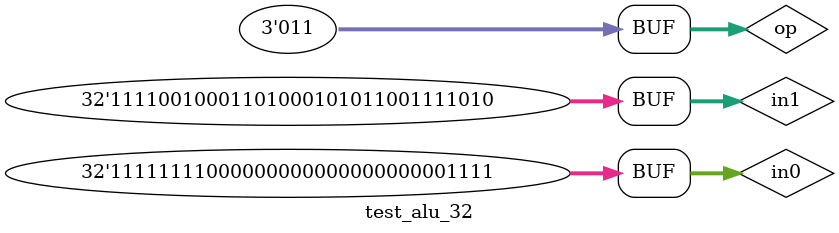
<source format=v>
`default_nettype none

module alu_32(cout, out, op, in0, in1);
    parameter N = 32;
    output reg cout;
    output reg [N-1:0] out;
    input [2:0] op;
    input [N-1:0] in0, in1;

    always @(op or in0 or in1)
    begin
        if(op[2:1] == 0) // op is 0 or 1
            {cout, out} = in0 + in1;
        else if(op[2:1] == 1) // op is 2 or 3
            {cout, out} = in0 - in1;
        else if(op == 4)
            {cout, out} = in0 & in1;
        else if(op == 5)
            {cout, out} = in0 | in1;
        else if(op == 6)
            {cout, out} = in0 ^ in1;
        else
            {cout, out} = ~(in0 | in1);
    end
endmodule

module test_alu_32();
    reg [31:0] in0, in1;
    wire [31:0] out;
    reg [2:0] op;
    wire cout;
    alu_32 myalu(cout, out, op, in0, in1);
    initial
    begin
        $monitor(, $time, ": a=%h, b=%h, op=%b, out=%h, cout=%b",
            in0, in1, op, out, cout);
        in0 = 32'h0f00000f;
        in1 = 32'h0234567a;
        op = 2'b00;
        #10
        op = 2'b01;
        #10
        op = 2'b10;
        #10
        op = 2'b11;
        #10
        in0 = 32'h0f00000f;
        in1 = 32'hf234567a;
        op = 2'b10;
        #10
        op = 2'b11;
        #10
        in0 = 32'hff00000f;
        in1 = 32'h0234567a;
        op = 2'b10;
        #10
        op = 2'b11;
        #10
        in0 = 32'hff00000f;
        in1 = 32'hf234567a;
        op = 2'b10;
        #10
        op = 2'b11;
    end
endmodule

</source>
